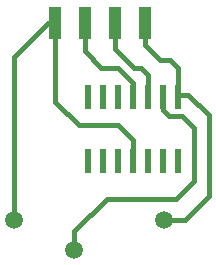
<source format=gtl>
G04 project-name*
%FSLAX35Y35*%
%MOMM*%
%ADD10C,0.4*%
%LPD*%
D10*
X-2697241Y19467424D02*
G01*
X-2516800Y19467424D01*
X-2318343Y19665881D01*
X-2318343Y20353298D01*
X-2491825Y20526781D01*
X-2559481Y20526781D01*
X-2576551Y20509711D01*

%LPD*%
D10*
X-3967241Y19467424D02*
G01*
X-3967241Y20846858D01*
X-3679574Y21134524D01*
X-3620071Y21134524D01*

%LPD*%
D10*
X-3616623Y21134524D02*
G01*
X-3616623Y20594111D01*
X-3617723Y20593011D01*
X-3617723Y20466597D01*
X-3417713Y20266587D01*
X-3085013Y20266587D01*
X-2957551Y20139126D01*
X-2957551Y19969711D01*

%LPD*%
D10*
X-2858071Y21134524D02*
G01*
X-2858071Y20948076D01*
X-2731650Y20821656D01*
X-2644444Y20821656D01*
X-2576551Y20753764D01*
X-2576551Y20509711D01*

%LPD*%
D10*
X-3112071Y21134524D02*
G01*
X-3112071Y20916274D01*
X-2950072Y20754276D01*
X-2889171Y20754276D01*
X-2830551Y20695657D01*
X-2830551Y20509711D01*

%LPD*%
D10*
X-3366071Y21134524D02*
G01*
X-3366071Y20893460D01*
X-3227507Y20754897D01*
X-3090710Y20754897D01*
X-2957551Y20621739D01*
X-2957551Y20509711D01*

%LPD*%
D10*
X-3459241Y19213424D02*
G01*
X-3459241Y19371189D01*
X-3183357Y19647072D01*
X-2595886Y19647072D01*
X-2444380Y19798578D01*
X-2444380Y20243820D01*
X-2546415Y20345854D01*
X-2651771Y20345854D01*
X-2703551Y20397634D01*
X-2703551Y20509711D01*
G04 r.1(1)*
%LPD*%
%ADD11C,1.5*%
D11*
X-2697241Y19467424D02*
D03*

G04 r.2(2)*
%LPD*%
D11*
X-3459241Y19213424D02*
D03*

G04 r.3(3)*
%LPD*%
D11*
X-3967241Y19467424D02*
D03*

G04 i1.1(1)*
%LPD*%
%ADD12R,1.016X2.794*%
D12*
X-3620071Y21134524D02*
D03*

G04 i1.2(2)*
%LPD*%
D12*
X-3366071Y21134524D02*
D03*

G04 i1.3(3)*
%LPD*%
D12*
X-3112071Y21134524D02*
D03*

G04 i1.4(4)*
%LPD*%
D12*
X-2858071Y21134524D02*
D03*

G04 c1.out1(1)*
%LPD*%
%ADD13R,0.6X2*%
D13*
X-2576551Y20509711D02*
D03*

G04 c1.in1-(2)*
%LPD*%
D13*
X-2703551Y20509711D02*
D03*

G04 c1.in1+(3)*
%LPD*%
D13*
X-2830551Y20509711D02*
D03*

G04 c1.vcc(4)*
%LPD*%
D13*
X-2957551Y20509711D02*
D03*

G04 c1.in2+(5)*
%LPD*%
D13*
X-3084551Y20509711D02*
D03*

G04 c1.in2-(6)*
%LPD*%
D13*
X-3211551Y20509711D02*
D03*

G04 c1.out2(7)*
%LPD*%
D13*
X-3338551Y20509711D02*
D03*

G04 c1.out4(14)*
%LPD*%
D13*
X-2576551Y19969711D02*
D03*

G04 c1.in4-(13)*
%LPD*%
D13*
X-2703551Y19969711D02*
D03*

G04 c1.in4+(12)*
%LPD*%
D13*
X-2830551Y19969711D02*
D03*

G04 c1.vee(11)*
%LPD*%
D13*
X-2957551Y19969711D02*
D03*

G04 c1.in3+(10)*
%LPD*%
D13*
X-3084551Y19969711D02*
D03*

G04 c1.in3-(9)*
%LPD*%
D13*
X-3211551Y19969711D02*
D03*

G04 c1.out3(8)*
%LPD*%
D13*
X-3338551Y19969711D02*
D03*

M02*
</source>
